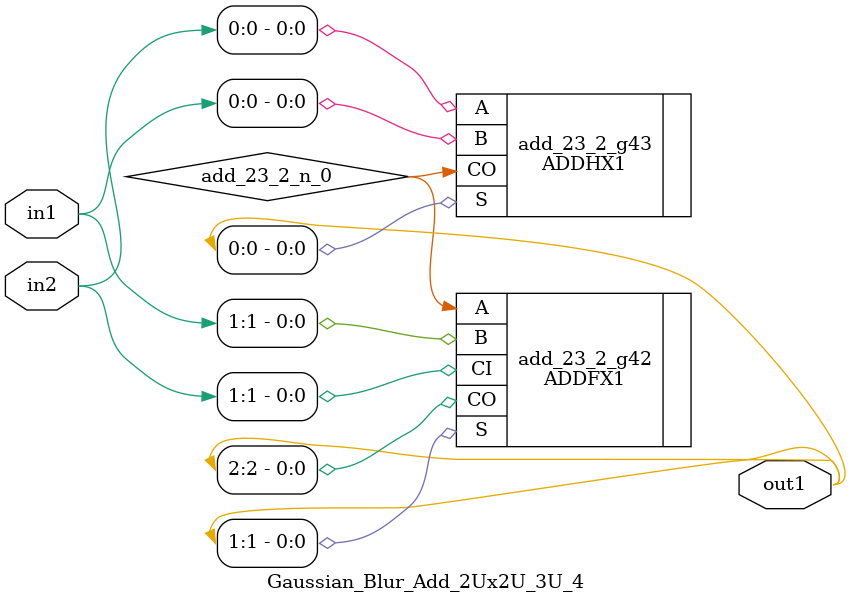
<source format=v>
`timescale 1ps / 1ps


module Gaussian_Blur_Add_2Ux2U_3U_4(in2, in1, out1);
  input [1:0] in2, in1;
  output [2:0] out1;
  wire [1:0] in2, in1;
  wire [2:0] out1;
  wire add_23_2_n_0;
  ADDFX1 add_23_2_g42(.A (add_23_2_n_0), .B (in1[1]), .CI (in2[1]), .CO
       (out1[2]), .S (out1[1]));
  ADDHX1 add_23_2_g43(.A (in2[0]), .B (in1[0]), .CO (add_23_2_n_0), .S
       (out1[0]));
endmodule


</source>
